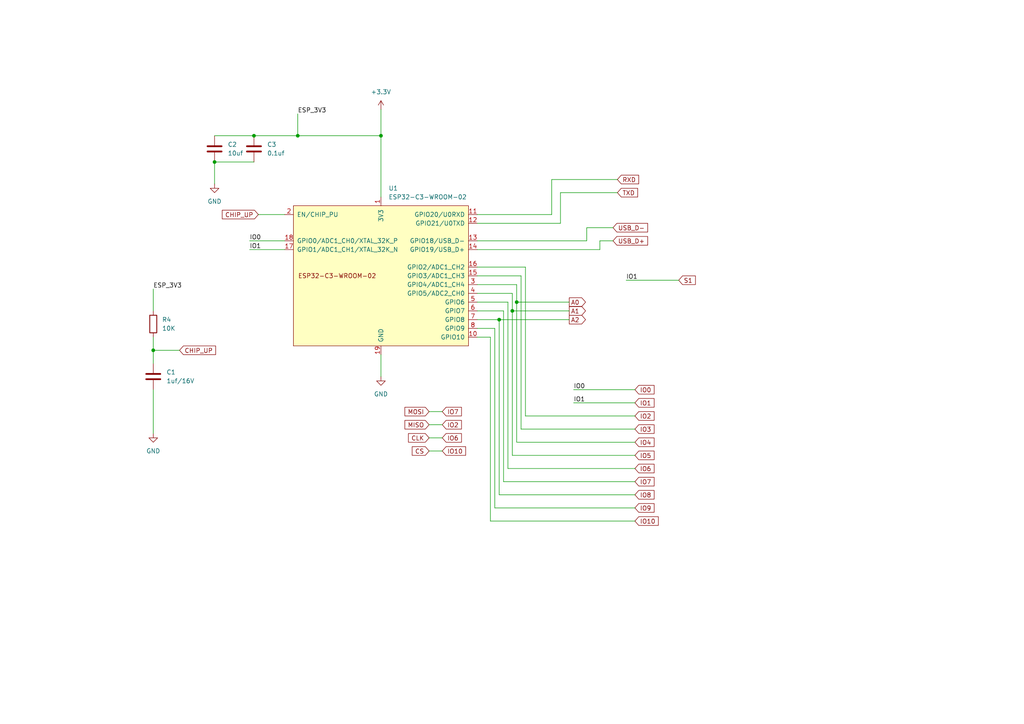
<source format=kicad_sch>
(kicad_sch (version 20230121) (generator eeschema)
  (paper "A4")
  (lib_symbols
    (symbol "Device:C" (pin_numbers hide) (pin_names (offset 0.254))
      (property "Reference" "C" (at 0.635 2.54 0))
      (property "Value" "C" (at 0.635 -2.54 0))
      (symbol "C_0_1"
        (polyline (pts (xy -2.032 -0.762) (xy 2.032 -0.762)) (stroke (width 0.508)))
        (polyline (pts (xy -2.032 0.762) (xy 2.032 0.762)) (stroke (width 0.508)))
      )
      (symbol "C_1_1"
        (pin passive line (at 0 3.81 270) (length 2.794) (name "~") (number "1"))
        (pin passive line (at 0 -3.81 90) (length 2.794) (name "~") (number "2"))
      )
    )
    (symbol "Device:R" (pin_numbers hide) (pin_names (offset 0))
      (property "Reference" "R" (at 2.032 0 90))
      (property "Value" "R" (at 0 0 90))
      (symbol "R_0_1"
        (rectangle (start -1.016 -2.54) (end 1.016 2.54) (stroke (width 0.254)))
      )
      (symbol "R_1_1"
        (pin passive line (at 0 3.81 270) (length 1.27) (name "~") (number "1"))
        (pin passive line (at 0 -3.81 90) (length 1.27) (name "~") (number "2"))
      )
    )
    (symbol "PCM_Espressif:ESP32-C3-WROOM-02" (pin_names (offset 1.016))
      (property "Reference" "U" (at -25.4 25.4 0))
      (property "Value" "ESP32-C3-WROOM-02" (at -25.4 22.86 0))
      (symbol "ESP32-C3-WROOM-02_0_0"
        (text "ESP32-C3-WROOM-02" (at -12.7 0 0) (effects (font (size 1.27 1.27))))
      )
      (symbol "ESP32-C3-WROOM-02_0_1"
        (rectangle (start 25.4 20.32) (end -25.4 -20.32) (fill (type background)))
      )
      (symbol "ESP32-C3-WROOM-02_1_1"
        (pin power_in line (at 0 22.86 270) (length 2.54) (name "3V3") (number "1"))
        (pin bidirectional line (at 27.94 -17.78 180) (length 2.54) (name "GPIO10") (number "10"))
        (pin bidirectional line (at 27.94 17.78 180) (length 2.54) (name "GPIO20/U0RXD") (number "11"))
        (pin bidirectional line (at 27.94 15.24 180) (length 2.54) (name "GPIO21/U0TXD") (number "12"))
        (pin bidirectional line (at 27.94 10.16 180) (length 2.54) (name "GPIO18/USB_D-") (number "13"))
        (pin bidirectional line (at 27.94 7.62 180) (length 2.54) (name "GPIO19/USB_D+") (number "14"))
        (pin bidirectional line (at 27.94 0 180) (length 2.54) (name "GPIO3/ADC1_CH3") (number "15"))
        (pin bidirectional line (at 27.94 2.54 180) (length 2.54) (name "GPIO2/ADC1_CH2") (number "16"))
        (pin bidirectional line (at -27.94 7.62 0) (length 2.54) (name "GPIO1/ADC1_CH1/XTAL_32K_N") (number "17"))
        (pin bidirectional line (at -27.94 10.16 0) (length 2.54) (name "GPIO0/ADC1_CH0/XTAL_32K_P") (number "18"))
        (pin power_in line (at 0 -22.86 90) (length 2.54) (name "GND") (number "19"))
        (pin input line (at -27.94 17.78 0) (length 2.54) (name "EN/CHIP_PU") (number "2"))
        (pin bidirectional line (at 27.94 -2.54 180) (length 2.54) (name "GPIO4/ADC1_CH4") (number "3"))
        (pin bidirectional line (at 27.94 -5.08 180) (length 2.54) (name "GPIO5/ADC2_CH0") (number "4"))
        (pin bidirectional line (at 27.94 -7.62 180) (length 2.54) (name "GPIO6") (number "5"))
        (pin bidirectional line (at 27.94 -10.16 180) (length 2.54) (name "GPIO7") (number "6"))
        (pin bidirectional line (at 27.94 -12.7 180) (length 2.54) (name "GPIO8") (number "7"))
        (pin bidirectional line (at 27.94 -15.24 180) (length 2.54) (name "GPIO9") (number "8"))
        (pin passive line (at 0 -22.86 90) (length 2.54) hide (name "GND") (number "9"))
      )
    )
    (symbol "power:+3.3V" (power) (pin_names (offset 0))
      (property "Value" "+3.3V" (at 0 3.556 0))
      (symbol "+3.3V_0_1"
        (polyline (pts (xy -0.762 1.27) (xy 0 2.54)))
        (polyline (pts (xy 0 0) (xy 0 2.54)))
        (polyline (pts (xy 0 2.54) (xy 0.762 1.27)))
      )
      (symbol "+3.3V_1_1"
        (pin power_in line (at 0 0 90) (length 0) hide (name "+3.3V") (number "1"))
      )
    )
    (symbol "power:GND" (power) (pin_names (offset 0))
      (property "Value" "GND" (at 0 -3.81 0))
      (symbol "GND_0_1"
        (polyline (pts (xy 0 0) (xy 0 -1.27) (xy 1.27 -1.27) (xy 0 -2.54) (xy -1.27 -1.27) (xy 0 -1.27)))
      )
      (symbol "GND_1_1"
        (pin power_in line (at 0 0 270) (length 0) hide (name "GND") (number "1"))
      )
    )
  )
  (junction (at 73.66 39.37))
  (junction (at 144.78 92.71))
  (junction (at 149.86 87.63))
  (junction (at 110.49 39.37))
  (junction (at 148.59 90.17))
  (junction (at 44.45 101.6))
  (junction (at 62.23 46.99))
  (junction (at 86.36 39.37))
  (wire (pts (xy 173.99 72.39) (xy 173.99 69.85)))
  (wire (pts (xy 177.8 66.04) (xy 170.18 66.04)))
  (wire (pts (xy 162.56 55.88) (xy 179.07 55.88)))
  (wire (pts (xy 144.78 92.71) (xy 165.1 92.71)))
  (wire (pts (xy 110.49 31.75) (xy 110.49 39.37)))
  (wire (pts (xy 138.43 90.17) (xy 146.05 90.17)))
  (wire (pts (xy 149.86 82.55) (xy 138.43 82.55)))
  (wire (pts (xy 184.15 132.08) (xy 148.59 132.08)))
  (wire (pts (xy 86.36 39.37) (xy 110.49 39.37)))
  (wire (pts (xy 138.43 64.77) (xy 162.56 64.77)))
  (wire (pts (xy 160.02 52.07) (xy 160.02 62.23)))
  (wire (pts (xy 110.49 102.87) (xy 110.49 109.22)))
  (wire (pts (xy 124.46 127) (xy 128.27 127)))
  (wire (pts (xy 184.15 128.27) (xy 149.86 128.27)))
  (wire (pts (xy 74.93 62.23) (xy 82.55 62.23)))
  (wire (pts (xy 184.15 124.46) (xy 151.13 124.46)))
  (wire (pts (xy 148.59 90.17) (xy 148.59 132.08)))
  (wire (pts (xy 151.13 80.01) (xy 138.43 80.01)))
  (wire (pts (xy 160.02 62.23) (xy 138.43 62.23)))
  (wire (pts (xy 149.86 87.63) (xy 149.86 82.55)))
  (wire (pts (xy 184.15 120.65) (xy 152.4 120.65)))
  (wire (pts (xy 181.61 81.28) (xy 196.85 81.28)))
  (wire (pts (xy 148.59 90.17) (xy 165.1 90.17)))
  (wire (pts (xy 124.46 119.38) (xy 128.27 119.38)))
  (wire (pts (xy 166.37 116.84) (xy 184.15 116.84)))
  (wire (pts (xy 152.4 77.47) (xy 138.43 77.47)))
  (wire (pts (xy 184.15 139.7) (xy 146.05 139.7)))
  (wire (pts (xy 170.18 69.85) (xy 138.43 69.85)))
  (wire (pts (xy 170.18 66.04) (xy 170.18 69.85)))
  (wire (pts (xy 166.37 113.03) (xy 184.15 113.03)))
  (wire (pts (xy 184.15 135.89) (xy 147.32 135.89)))
  (wire (pts (xy 173.99 69.85) (xy 177.8 69.85)))
  (wire (pts (xy 149.86 128.27) (xy 149.86 87.63)))
  (wire (pts (xy 152.4 120.65) (xy 152.4 77.47)))
  (wire (pts (xy 124.46 130.81) (xy 128.27 130.81)))
  (wire (pts (xy 179.07 52.07) (xy 160.02 52.07)))
  (wire (pts (xy 148.59 85.09) (xy 138.43 85.09)))
  (wire (pts (xy 149.86 87.63) (xy 165.1 87.63)))
  (wire (pts (xy 147.32 87.63) (xy 147.32 135.89)))
  (wire (pts (xy 138.43 95.25) (xy 143.51 95.25)))
  (wire (pts (xy 142.24 97.79) (xy 142.24 151.13)))
  (wire (pts (xy 162.56 64.77) (xy 162.56 55.88)))
  (wire (pts (xy 44.45 101.6) (xy 44.45 105.41)))
  (wire (pts (xy 62.23 39.37) (xy 73.66 39.37)))
  (wire (pts (xy 138.43 72.39) (xy 173.99 72.39)))
  (wire (pts (xy 72.39 72.39) (xy 82.55 72.39)))
  (wire (pts (xy 151.13 124.46) (xy 151.13 80.01)))
  (wire (pts (xy 143.51 147.32) (xy 143.51 95.25)))
  (wire (pts (xy 44.45 97.79) (xy 44.45 101.6)))
  (wire (pts (xy 44.45 101.6) (xy 52.07 101.6)))
  (wire (pts (xy 148.59 85.09) (xy 148.59 90.17)))
  (wire (pts (xy 184.15 147.32) (xy 143.51 147.32)))
  (wire (pts (xy 44.45 113.03) (xy 44.45 125.73)))
  (wire (pts (xy 144.78 143.51) (xy 144.78 92.71)))
  (wire (pts (xy 124.46 123.19) (xy 128.27 123.19)))
  (wire (pts (xy 184.15 143.51) (xy 144.78 143.51)))
  (wire (pts (xy 138.43 92.71) (xy 144.78 92.71)))
  (wire (pts (xy 110.49 39.37) (xy 110.49 57.15)))
  (wire (pts (xy 184.15 151.13) (xy 142.24 151.13)))
  (wire (pts (xy 147.32 87.63) (xy 138.43 87.63)))
  (wire (pts (xy 44.45 83.82) (xy 44.45 90.17)))
  (wire (pts (xy 72.39 69.85) (xy 82.55 69.85)))
  (wire (pts (xy 62.23 46.99) (xy 73.66 46.99)))
  (wire (pts (xy 138.43 97.79) (xy 142.24 97.79)))
  (wire (pts (xy 86.36 33.02) (xy 86.36 39.37)))
  (wire (pts (xy 146.05 139.7) (xy 146.05 90.17)))
  (wire (pts (xy 73.66 39.37) (xy 86.36 39.37)))
  (wire (pts (xy 62.23 46.99) (xy 62.23 53.34)))
  (label "IO1" (at 166.37 116.84 0))
  (label "ESP_3V3" (at 44.45 83.82 0))
  (label "IO0" (at 166.37 113.03 0))
  (label "IO1" (at 181.61 81.28 0))
  (label "ESP_3V3" (at 86.36 33.02 0))
  (label "IO1" (at 72.39 72.39 0))
  (label "IO0" (at 72.39 69.85 0))
  (global_label "IO8" (shape input) (at 184.15 143.51 0) (property "Intersheetrefs" "${INTERSHEET_REFS}" (effects hide)))
  (global_label "IO6" (shape input) (at 184.15 135.89 0) (property "Intersheetrefs" "${INTERSHEET_REFS}" (effects hide)))
  (global_label "IO0" (shape input) (at 184.15 113.03 0) (property "Intersheetrefs" "${INTERSHEET_REFS}" (effects hide)))
  (global_label "RXD" (shape input) (at 179.07 52.07 0) (property "Intersheetrefs" "${INTERSHEET_REFS}" (effects hide)))
  (global_label "IO5" (shape input) (at 184.15 132.08 0) (property "Intersheetrefs" "${INTERSHEET_REFS}" (effects hide)))
  (global_label "IO2" (shape input) (at 184.15 120.65 0) (property "Intersheetrefs" "${INTERSHEET_REFS}" (effects hide)))
  (global_label "A0" (shape output) (at 165.1 87.63 0) (property "Intersheetrefs" "${INTERSHEET_REFS}" (effects hide)))
  (global_label "MISO" (shape input) (at 124.46 123.19 180) (property "Intersheetrefs" "${INTERSHEET_REFS}" (effects hide)))
  (global_label "USB_D+" (shape input) (at 177.8 69.85 0) (property "Intersheetrefs" "${INTERSHEET_REFS}" (effects hide)))
  (global_label "TXD" (shape input) (at 179.07 55.88 0) (property "Intersheetrefs" "${INTERSHEET_REFS}" (effects hide)))
  (global_label "IO4" (shape input) (at 184.15 128.27 0) (property "Intersheetrefs" "${INTERSHEET_REFS}" (effects hide)))
  (global_label "S1" (shape input) (at 196.85 81.28 0) (property "Intersheetrefs" "${INTERSHEET_REFS}" (effects hide)))
  (global_label "IO1" (shape input) (at 184.15 116.84 0) (property "Intersheetrefs" "${INTERSHEET_REFS}" (effects hide)))
  (global_label "IO6" (shape input) (at 128.27 127 0) (property "Intersheetrefs" "${INTERSHEET_REFS}" (effects hide)))
  (global_label "CHIP_UP" (shape input) (at 74.93 62.23 180) (property "Intersheetrefs" "${INTERSHEET_REFS}" (effects hide)))
  (global_label "IO7" (shape input) (at 128.27 119.38 0) (property "Intersheetrefs" "${INTERSHEET_REFS}" (effects hide)))
  (global_label "CS" (shape input) (at 124.46 130.81 180) (property "Intersheetrefs" "${INTERSHEET_REFS}" (effects hide)))
  (global_label "IO10" (shape input) (at 184.15 151.13 0) (property "Intersheetrefs" "${INTERSHEET_REFS}" (effects hide)))
  (global_label "CHIP_UP" (shape input) (at 52.07 101.6 0) (property "Intersheetrefs" "${INTERSHEET_REFS}" (effects hide)))
  (global_label "MOSI" (shape input) (at 124.46 119.38 180) (property "Intersheetrefs" "${INTERSHEET_REFS}" (effects hide)))
  (global_label "IO3" (shape input) (at 184.15 124.46 0) (property "Intersheetrefs" "${INTERSHEET_REFS}" (effects hide)))
  (global_label "IO7" (shape input) (at 184.15 139.7 0) (property "Intersheetrefs" "${INTERSHEET_REFS}" (effects hide)))
  (global_label "CLK" (shape input) (at 124.46 127 180) (property "Intersheetrefs" "${INTERSHEET_REFS}" (effects hide)))
  (global_label "IO9" (shape input) (at 184.15 147.32 0) (property "Intersheetrefs" "${INTERSHEET_REFS}" (effects hide)))
  (global_label "IO2" (shape input) (at 128.27 123.19 0) (property "Intersheetrefs" "${INTERSHEET_REFS}" (effects hide)))
  (global_label "IO10" (shape input) (at 128.27 130.81 0) (property "Intersheetrefs" "${INTERSHEET_REFS}" (effects hide)))
  (global_label "A2" (shape output) (at 165.1 92.71 0) (property "Intersheetrefs" "${INTERSHEET_REFS}" (effects hide)))
  (global_label "USB_D-" (shape input) (at 177.8 66.04 0) (property "Intersheetrefs" "${INTERSHEET_REFS}" (effects hide)))
  (global_label "A1" (shape output) (at 165.1 90.17 0) (property "Intersheetrefs" "${INTERSHEET_REFS}" (effects hide)))
  (symbol (lib_id "Device:C") (at 62.23 43.18 0) (unit 1)
    (property "Reference" "C2" (at 66.04 41.91 0) (effects (justify left)))
    (property "Value" "10uf" (at 66.04 44.45 0) (effects (justify left)))
    (property "Footprint" "Capacitor_SMD:C_0603_1608Metric" (effects hide))
  )
  (symbol (lib_id "PCM_Espressif:ESP32-C3-WROOM-02") (at 110.49 80.01 0) (unit 1)
    (property "Reference" "U1" (at 112.6841 54.61 0) (effects (justify left)))
    (property "Value" "ESP32-C3-WROOM-02" (at 112.6841 57.15 0) (effects (justify left)))
    (property "Footprint" "PCM_Espressif:ESP32-C3-WROOM-02" (effects hide))
    (property "Datasheet" "https://www.espressif.com/sites/default/files/documentation/esp32-c3-wroom-02_datasheet_en.pdf" (effects hide))
  )
  (symbol (lib_id "power:+3.3V") (at 110.49 31.75 0) (unit 1)
    (property "Reference" "#PWR03" (effects hide))
    (property "Value" "+3.3V" (at 110.49 26.67 0))
  )
  (symbol (lib_id "Device:C") (at 44.45 109.22 0) (unit 1)
    (property "Reference" "C1" (at 48.26 107.95 0) (effects (justify left)))
    (property "Value" "1uf/16V" (at 48.26 110.49 0) (effects (justify left)))
    (property "Footprint" "Capacitor_SMD:C_0603_1608Metric" (effects hide))
  )
  (symbol (lib_id "power:GND") (at 110.49 109.22 0) (unit 1)
    (property "Reference" "#PWR04" (effects hide))
    (property "Value" "GND" (at 110.49 114.3 0))
  )
  (symbol (lib_id "Device:R") (at 44.45 93.98 0) (unit 1)
    (property "Reference" "R4" (at 46.99 92.71 0) (effects (justify left)))
    (property "Value" "10K" (at 46.99 95.25 0) (effects (justify left)))
    (property "Footprint" "Resistor_SMD:R_0603_1608Metric" (effects hide))
  )
  (symbol (lib_id "power:GND") (at 44.45 125.73 0) (unit 1)
    (property "Reference" "#PWR06" (effects hide))
    (property "Value" "GND" (at 44.45 130.81 0))
  )
  (symbol (lib_id "power:GND") (at 62.23 53.34 0) (unit 1)
    (property "Reference" "#PWR05" (effects hide))
    (property "Value" "GND" (at 62.23 58.42 0))
  )
  (symbol (lib_id "Device:C") (at 73.66 43.18 0) (unit 1)
    (property "Reference" "C3" (at 77.47 41.91 0) (effects (justify left)))
    (property "Value" "0.1uf" (at 77.47 44.45 0) (effects (justify left)))
    (property "Footprint" "Capacitor_SMD:C_0603_1608Metric" (effects hide))
  )
)
</source>
